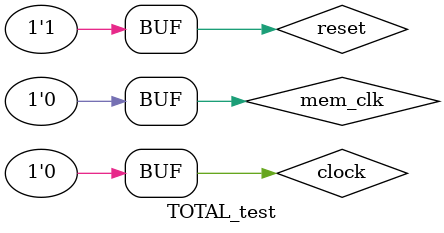
<source format=v>
`timescale 1ns / 1ps


module TOTAL_test;

	// Inputs
	reg clock;
	reg reset;
	reg mem_clk;

	// Outputs
	wire [31:0] inst;
	wire [31:0] pc;
	wire [31:0] aluout;
	wire [31:0] memout;
	// Instantiate the Unit Under Test (UUT)
	TOTAL uut (
		.clock(clock), 
		.reset(reset), 
		.mem_clk(mem_clk), 
		.inst(inst), 
		.pc(pc), 
		.aluout(aluout), 
		.memout(memout)
	);

	initial begin
		// Initialize Inputs
		clock = 1;
		reset = 1;
		mem_clk = 0;

		// Wait 100 ns for global reset to finish
		#10 reset = 0;
		#10 reset = 1;
		// Add stimulus here
		#25 mem_clk = 1;
		#25 mem_clk = 0;clock = 0;
		#25 mem_clk = 1;
		#25 mem_clk = 0;clock = 1;
		#25 mem_clk = 1;
		#25 mem_clk = 0;clock = 1;
		#25 mem_clk = 1;
		#25 mem_clk = 0;clock = 0;
		#25 mem_clk = 1;
		#25 mem_clk = 0;clock = 1;
		#25 mem_clk = 1;
		#25 mem_clk = 0;clock = 0;
		
		#25 mem_clk = 1;
		#25 mem_clk = 0;clock = 1;
		#25 mem_clk = 1;
		#25 mem_clk = 0;clock = 0;
		
	end
endmodule


</source>
